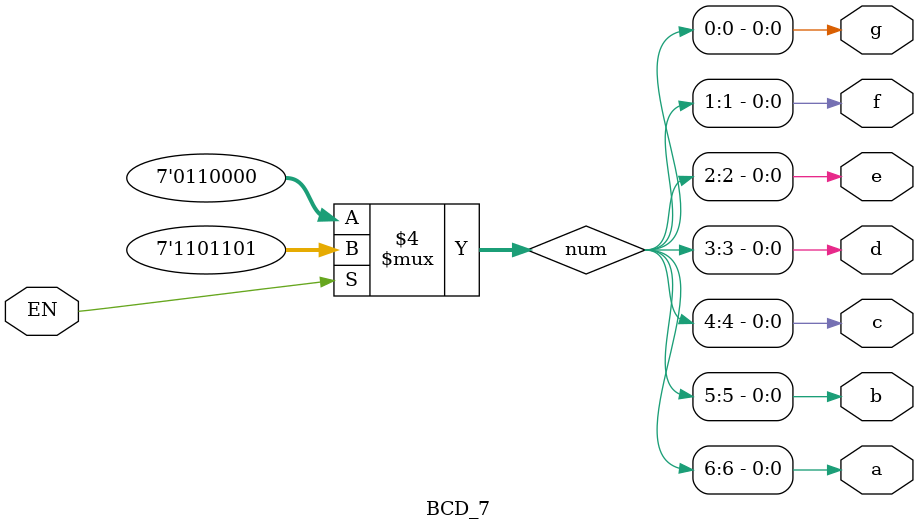
<source format=v>
module BCD_7 (
    input wire EN, //·­Ò³¿ØÖÆ¶Ë,EN=0Ê±ÊÇµÚÒ»Ò³£¬EN=1Ê±ÊÇµÚ¶þÒ³
    output reg a,  //×îÉÏ·½ºáÏòÊýÂë¹Ü£¬°´Ë³Ê±ÕëË³ÐòÐý×ª£¬gÎªÖÐ¼äºáÏòÊýÂë¹Ü
    output reg b,
    output reg c,
    output reg d,
    output reg e,
    output reg f,
    output reg g
);

    reg [6:0] num;

    always @(*) begin
        if (!EN) begin
            num = 7'b0110000; // ÏÔÊ¾Êý×Ö1
        end else begin
            num = 7'b1101101; // ÏÔÊ¾Êý×Ö2
        end
        {a, b, c, d, e, f, g} = num;
    end

endmodule

</source>
